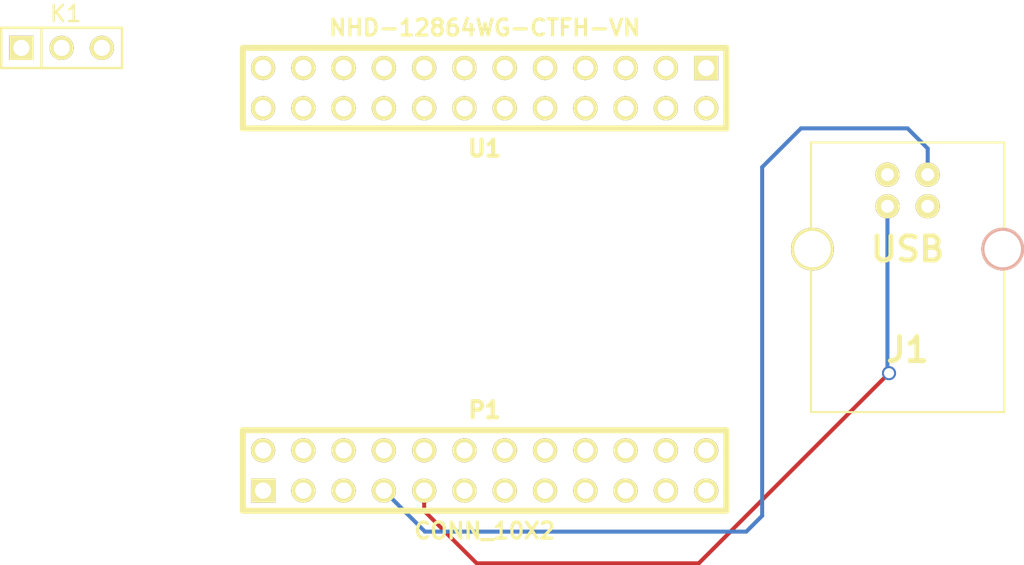
<source format=kicad_pcb>
(kicad_pcb (version 3) (host pcbnew "(2013-feb-21)-testing")

  (general
    (links 27)
    (no_connects 25)
    (area 152.775356 74.4728 224.77349 110.127001)
    (thickness 1.6)
    (drawings 0)
    (tracks 15)
    (zones 0)
    (modules 4)
    (nets 22)
  )

  (page A3)
  (layers
    (15 F.Cu signal)
    (0 B.Cu signal)
    (16 B.Adhes user)
    (17 F.Adhes user)
    (18 B.Paste user)
    (19 F.Paste user)
    (20 B.SilkS user)
    (21 F.SilkS user)
    (22 B.Mask user)
    (23 F.Mask user)
    (24 Dwgs.User user)
    (25 Cmts.User user)
    (26 Eco1.User user)
    (27 Eco2.User user)
    (28 Edge.Cuts user)
  )

  (setup
    (last_trace_width 0.254)
    (user_trace_width 0.508)
    (user_trace_width 0.762)
    (user_trace_width 1.27)
    (user_trace_width 2.032)
    (trace_clearance 0.254)
    (zone_clearance 0.508)
    (zone_45_only no)
    (trace_min 0.254)
    (segment_width 0.2)
    (edge_width 0.15)
    (via_size 0.889)
    (via_drill 0.635)
    (via_min_size 0.889)
    (via_min_drill 0.508)
    (uvia_size 0.508)
    (uvia_drill 0.127)
    (uvias_allowed no)
    (uvia_min_size 0.508)
    (uvia_min_drill 0.127)
    (pcb_text_width 0.3)
    (pcb_text_size 1 1)
    (mod_edge_width 0.15)
    (mod_text_size 1 1)
    (mod_text_width 0.15)
    (pad_size 1 1)
    (pad_drill 0)
    (pad_to_mask_clearance 0)
    (aux_axis_origin 0 0)
    (visible_elements FFFFFFBF)
    (pcbplotparams
      (layerselection 3178497)
      (usegerberextensions true)
      (excludeedgelayer true)
      (linewidth 152400)
      (plotframeref false)
      (viasonmask false)
      (mode 1)
      (useauxorigin false)
      (hpglpennumber 1)
      (hpglpenspeed 20)
      (hpglpendiameter 15)
      (hpglpenoverlay 2)
      (psnegative false)
      (psa4output false)
      (plotreference true)
      (plotvalue true)
      (plotothertext true)
      (plotinvisibletext false)
      (padsonsilk false)
      (subtractmaskfromsilk false)
      (outputformat 1)
      (mirror false)
      (drillshape 1)
      (scaleselection 1)
      (outputdirectory ""))
  )

  (net 0 "")
  (net 1 +5V)
  (net 2 /CS1)
  (net 3 /CS2)
  (net 4 /DB0)
  (net 5 /DB1)
  (net 6 /DB2)
  (net 7 /DB3)
  (net 8 /DB4)
  (net 9 /DB5)
  (net 10 /DB6)
  (net 11 /DB7)
  (net 12 /E)
  (net 13 /R/W)
  (net 14 /RS)
  (net 15 /USB+)
  (net 16 /USB-)
  (net 17 /USB_VCC)
  (net 18 /V0)
  (net 19 /VEE)
  (net 20 /~RST)
  (net 21 GND)

  (net_class Default "This is the default net class."
    (clearance 0.254)
    (trace_width 0.254)
    (via_dia 0.889)
    (via_drill 0.635)
    (uvia_dia 0.508)
    (uvia_drill 0.127)
    (add_net "")
    (add_net +5V)
    (add_net /CS1)
    (add_net /CS2)
    (add_net /DB0)
    (add_net /DB1)
    (add_net /DB2)
    (add_net /DB3)
    (add_net /DB4)
    (add_net /DB5)
    (add_net /DB6)
    (add_net /DB7)
    (add_net /E)
    (add_net /R/W)
    (add_net /RS)
    (add_net /USB+)
    (add_net /USB-)
    (add_net /USB_VCC)
    (add_net /V0)
    (add_net /VEE)
    (add_net /~RST)
    (add_net GND)
  )

  (module USB_B (layer F.Cu) (tedit 48A935FA) (tstamp 51328064)
    (at 217.17 90.17)
    (tags USB)
    (path /51278B20)
    (fp_text reference J1 (at 0 6.35) (layer F.SilkS)
      (effects (font (size 1.524 1.524) (thickness 0.3048)))
    )
    (fp_text value USB (at 0 0) (layer F.SilkS)
      (effects (font (size 1.524 1.524) (thickness 0.3048)))
    )
    (fp_line (start -6.096 10.287) (end 6.096 10.287) (layer F.SilkS) (width 0.127))
    (fp_line (start 6.096 10.287) (end 6.096 -6.731) (layer F.SilkS) (width 0.127))
    (fp_line (start 6.096 -6.731) (end -6.096 -6.731) (layer F.SilkS) (width 0.127))
    (fp_line (start -6.096 -6.731) (end -6.096 10.287) (layer F.SilkS) (width 0.127))
    (pad 1 thru_hole circle (at 1.27 -4.699) (size 1.524 1.524) (drill 0.8128)
      (layers *.Cu *.Mask F.SilkS)
      (net 17 /USB_VCC)
    )
    (pad 2 thru_hole circle (at -1.27 -4.699) (size 1.524 1.524) (drill 0.8128)
      (layers *.Cu *.Mask F.SilkS)
      (net 16 /USB-)
    )
    (pad 3 thru_hole circle (at -1.27 -2.70002) (size 1.524 1.524) (drill 0.8128)
      (layers *.Cu *.Mask F.SilkS)
      (net 15 /USB+)
    )
    (pad 4 thru_hole circle (at 1.27 -2.70002) (size 1.524 1.524) (drill 0.8128)
      (layers *.Cu *.Mask F.SilkS)
      (net 21 GND)
    )
    (pad 5 np_thru_hole circle (at 5.99948 0) (size 2.70002 2.70002) (drill 2.30124)
      (layers *.Cu *.SilkS *.Mask)
      (net 21 GND)
    )
    (pad 6 thru_hole circle (at -5.99948 0) (size 2.70002 2.70002) (drill 2.30124)
      (layers *.Cu *.Mask F.SilkS)
      (net 21 GND)
    )
    (model connectors/USB_type_B.wrl
      (at (xyz 0 0 0.001))
      (scale (xyz 0.3937 0.3937 0.3937))
      (rotate (xyz 0 0 0))
    )
  )

  (module PIN_ARRAY_3X1 (layer F.Cu) (tedit 4C1130E0) (tstamp 51328070)
    (at 163.83 77.47)
    (descr "Connecteur 3 pins")
    (tags "CONN DEV")
    (path /507814C4)
    (fp_text reference K1 (at 0.254 -2.159) (layer F.SilkS)
      (effects (font (size 1.016 1.016) (thickness 0.1524)))
    )
    (fp_text value ContrastControl_10k (at 0 -2.159) (layer F.SilkS) hide
      (effects (font (size 1.016 1.016) (thickness 0.1524)))
    )
    (fp_line (start -3.81 1.27) (end -3.81 -1.27) (layer F.SilkS) (width 0.1524))
    (fp_line (start -3.81 -1.27) (end 3.81 -1.27) (layer F.SilkS) (width 0.1524))
    (fp_line (start 3.81 -1.27) (end 3.81 1.27) (layer F.SilkS) (width 0.1524))
    (fp_line (start 3.81 1.27) (end -3.81 1.27) (layer F.SilkS) (width 0.1524))
    (fp_line (start -1.27 -1.27) (end -1.27 1.27) (layer F.SilkS) (width 0.1524))
    (pad 1 thru_hole rect (at -2.54 0) (size 1.524 1.524) (drill 1.016)
      (layers *.Cu *.Mask F.SilkS)
      (net 21 GND)
    )
    (pad 2 thru_hole circle (at 0 0) (size 1.524 1.524) (drill 1.016)
      (layers *.Cu *.Mask F.SilkS)
      (net 18 /V0)
    )
    (pad 3 thru_hole circle (at 2.54 0) (size 1.524 1.524) (drill 1.016)
      (layers *.Cu *.Mask F.SilkS)
      (net 19 /VEE)
    )
    (model pin_array/pins_array_3x1.wrl
      (at (xyz 0 0 0))
      (scale (xyz 1 1 1))
      (rotate (xyz 0 0 0))
    )
  )

  (module pin_array_12x2 (layer F.Cu) (tedit 5031D806) (tstamp 51328090)
    (at 190.5 80.01 180)
    (descr "Double rangee de contacts 2 x 12 pins")
    (tags CONN)
    (path /512AA6CB)
    (fp_text reference U1 (at 0 -3.81 180) (layer F.SilkS)
      (effects (font (size 1.016 1.016) (thickness 0.27432)))
    )
    (fp_text value NHD-12864WG-CTFH-VN (at 0 3.81 180) (layer F.SilkS)
      (effects (font (size 1.016 1.016) (thickness 0.2032)))
    )
    (fp_line (start -15.24 -2.54) (end -15.24 2.54) (layer F.SilkS) (width 0.381))
    (fp_line (start -15.24 2.54) (end 15.24 2.54) (layer F.SilkS) (width 0.381))
    (fp_line (start 15.24 2.54) (end 15.24 -2.54) (layer F.SilkS) (width 0.381))
    (fp_line (start 15.24 -2.54) (end -15.24 -2.54) (layer F.SilkS) (width 0.381))
    (pad 1 thru_hole rect (at -13.97 1.27 180) (size 1.524 1.524) (drill 1.016)
      (layers *.Cu *.Mask F.SilkS)
      (net 3 /CS2)
    )
    (pad 2 thru_hole circle (at -13.97 -1.27 180) (size 1.524 1.524) (drill 1.016)
      (layers *.Cu *.Mask F.SilkS)
      (net 2 /CS1)
    )
    (pad 3 thru_hole circle (at -11.43 1.27 180) (size 1.524 1.524) (drill 1.016)
      (layers *.Cu *.Mask F.SilkS)
      (net 21 GND)
    )
    (pad 4 thru_hole circle (at -11.43 -1.27 180) (size 1.524 1.524) (drill 1.016)
      (layers *.Cu *.Mask F.SilkS)
      (net 1 +5V)
    )
    (pad 5 thru_hole circle (at -8.89 1.27 180) (size 1.524 1.524) (drill 1.016)
      (layers *.Cu *.Mask F.SilkS)
      (net 18 /V0)
    )
    (pad 6 thru_hole circle (at -8.89 -1.27 180) (size 1.524 1.524) (drill 1.016)
      (layers *.Cu *.Mask F.SilkS)
      (net 14 /RS)
    )
    (pad 7 thru_hole circle (at -6.35 1.27 180) (size 1.524 1.524) (drill 1.016)
      (layers *.Cu *.Mask F.SilkS)
      (net 13 /R/W)
    )
    (pad 8 thru_hole circle (at -6.35 -1.27 180) (size 1.524 1.524) (drill 1.016)
      (layers *.Cu *.Mask F.SilkS)
      (net 12 /E)
    )
    (pad 9 thru_hole circle (at -3.81 1.27 180) (size 1.524 1.524) (drill 1.016)
      (layers *.Cu *.Mask F.SilkS)
      (net 4 /DB0)
    )
    (pad 10 thru_hole circle (at -3.81 -1.27 180) (size 1.524 1.524) (drill 1.016)
      (layers *.Cu *.Mask F.SilkS)
      (net 5 /DB1)
    )
    (pad 11 thru_hole circle (at -1.27 1.27 180) (size 1.524 1.524) (drill 1.016)
      (layers *.Cu *.Mask F.SilkS)
      (net 6 /DB2)
    )
    (pad 12 thru_hole circle (at -1.27 -1.27 180) (size 1.524 1.524) (drill 1.016)
      (layers *.Cu *.Mask F.SilkS)
      (net 7 /DB3)
    )
    (pad 13 thru_hole circle (at 1.27 1.27 180) (size 1.524 1.524) (drill 1.016)
      (layers *.Cu *.Mask F.SilkS)
      (net 8 /DB4)
    )
    (pad 14 thru_hole circle (at 1.27 -1.27 180) (size 1.524 1.524) (drill 1.016)
      (layers *.Cu *.Mask F.SilkS)
      (net 9 /DB5)
    )
    (pad 15 thru_hole circle (at 3.81 1.27 180) (size 1.524 1.524) (drill 1.016)
      (layers *.Cu *.Mask F.SilkS)
      (net 10 /DB6)
    )
    (pad 16 thru_hole circle (at 3.81 -1.27 180) (size 1.524 1.524) (drill 1.016)
      (layers *.Cu *.Mask F.SilkS)
      (net 11 /DB7)
    )
    (pad 17 thru_hole circle (at 6.35 1.27 180) (size 1.524 1.524) (drill 1.016)
      (layers *.Cu *.Mask F.SilkS)
      (net 20 /~RST)
    )
    (pad 18 thru_hole circle (at 6.35 -1.27 180) (size 1.524 1.524) (drill 1.016)
      (layers *.Cu *.Mask F.SilkS)
      (net 19 /VEE)
    )
    (pad 19 thru_hole circle (at 8.89 1.27 180) (size 1.524 1.524) (drill 1.016)
      (layers *.Cu *.Mask F.SilkS)
      (net 1 +5V)
    )
    (pad 20 thru_hole circle (at 8.89 -1.27 180) (size 1.524 1.524) (drill 1.016)
      (layers *.Cu *.Mask F.SilkS)
      (net 21 GND)
    )
    (pad 21 thru_hole circle (at 11.43 1.27 180) (size 1.524 1.524) (drill 1.016)
      (layers *.Cu *.Mask F.SilkS)
    )
    (pad 22 thru_hole circle (at 11.43 -1.27 180) (size 1.524 1.524) (drill 1.016)
      (layers *.Cu *.Mask F.SilkS)
    )
    (pad 23 thru_hole circle (at 13.97 1.27 180) (size 1.524 1.524) (drill 1.016)
      (layers *.Cu *.Mask F.SilkS)
    )
    (pad 24 thru_hole circle (at 13.97 -1.27 180) (size 1.524 1.524) (drill 1.016)
      (layers *.Cu *.Mask F.SilkS)
    )
    (model pin_array/pins_array_12x2.wrl
      (at (xyz 0 0 0))
      (scale (xyz 1 1 1))
      (rotate (xyz 0 0 0))
    )
  )

  (module pin_array_12x2 (layer F.Cu) (tedit 5031D806) (tstamp 513280B0)
    (at 190.5 104.14)
    (descr "Double rangee de contacts 2 x 12 pins")
    (tags CONN)
    (path /5132692E)
    (fp_text reference P1 (at 0 -3.81) (layer F.SilkS)
      (effects (font (size 1.016 1.016) (thickness 0.27432)))
    )
    (fp_text value CONN_10X2 (at 0 3.81) (layer F.SilkS)
      (effects (font (size 1.016 1.016) (thickness 0.2032)))
    )
    (fp_line (start -15.24 -2.54) (end -15.24 2.54) (layer F.SilkS) (width 0.381))
    (fp_line (start -15.24 2.54) (end 15.24 2.54) (layer F.SilkS) (width 0.381))
    (fp_line (start 15.24 2.54) (end 15.24 -2.54) (layer F.SilkS) (width 0.381))
    (fp_line (start 15.24 -2.54) (end -15.24 -2.54) (layer F.SilkS) (width 0.381))
    (pad 1 thru_hole rect (at -13.97 1.27) (size 1.524 1.524) (drill 1.016)
      (layers *.Cu *.Mask F.SilkS)
      (net 1 +5V)
    )
    (pad 2 thru_hole circle (at -13.97 -1.27) (size 1.524 1.524) (drill 1.016)
      (layers *.Cu *.Mask F.SilkS)
      (net 4 /DB0)
    )
    (pad 3 thru_hole circle (at -11.43 1.27) (size 1.524 1.524) (drill 1.016)
      (layers *.Cu *.Mask F.SilkS)
      (net 21 GND)
    )
    (pad 4 thru_hole circle (at -11.43 -1.27) (size 1.524 1.524) (drill 1.016)
      (layers *.Cu *.Mask F.SilkS)
      (net 5 /DB1)
    )
    (pad 5 thru_hole circle (at -8.89 1.27) (size 1.524 1.524) (drill 1.016)
      (layers *.Cu *.Mask F.SilkS)
    )
    (pad 6 thru_hole circle (at -8.89 -1.27) (size 1.524 1.524) (drill 1.016)
      (layers *.Cu *.Mask F.SilkS)
      (net 6 /DB2)
    )
    (pad 7 thru_hole circle (at -6.35 1.27) (size 1.524 1.524) (drill 1.016)
      (layers *.Cu *.Mask F.SilkS)
      (net 17 /USB_VCC)
    )
    (pad 8 thru_hole circle (at -6.35 -1.27) (size 1.524 1.524) (drill 1.016)
      (layers *.Cu *.Mask F.SilkS)
      (net 7 /DB3)
    )
    (pad 9 thru_hole circle (at -3.81 1.27) (size 1.524 1.524) (drill 1.016)
      (layers *.Cu *.Mask F.SilkS)
      (net 15 /USB+)
    )
    (pad 10 thru_hole circle (at -3.81 -1.27) (size 1.524 1.524) (drill 1.016)
      (layers *.Cu *.Mask F.SilkS)
      (net 11 /DB7)
    )
    (pad 11 thru_hole circle (at -1.27 1.27) (size 1.524 1.524) (drill 1.016)
      (layers *.Cu *.Mask F.SilkS)
      (net 16 /USB-)
    )
    (pad 12 thru_hole circle (at -1.27 -1.27) (size 1.524 1.524) (drill 1.016)
      (layers *.Cu *.Mask F.SilkS)
      (net 10 /DB6)
    )
    (pad 13 thru_hole circle (at 1.27 1.27) (size 1.524 1.524) (drill 1.016)
      (layers *.Cu *.Mask F.SilkS)
      (net 20 /~RST)
    )
    (pad 14 thru_hole circle (at 1.27 -1.27) (size 1.524 1.524) (drill 1.016)
      (layers *.Cu *.Mask F.SilkS)
      (net 9 /DB5)
    )
    (pad 15 thru_hole circle (at 3.81 1.27) (size 1.524 1.524) (drill 1.016)
      (layers *.Cu *.Mask F.SilkS)
      (net 12 /E)
    )
    (pad 16 thru_hole circle (at 3.81 -1.27) (size 1.524 1.524) (drill 1.016)
      (layers *.Cu *.Mask F.SilkS)
      (net 8 /DB4)
    )
    (pad 17 thru_hole circle (at 6.35 1.27) (size 1.524 1.524) (drill 1.016)
      (layers *.Cu *.Mask F.SilkS)
      (net 13 /R/W)
    )
    (pad 18 thru_hole circle (at 6.35 -1.27) (size 1.524 1.524) (drill 1.016)
      (layers *.Cu *.Mask F.SilkS)
      (net 2 /CS1)
    )
    (pad 19 thru_hole circle (at 8.89 1.27) (size 1.524 1.524) (drill 1.016)
      (layers *.Cu *.Mask F.SilkS)
      (net 14 /RS)
    )
    (pad 20 thru_hole circle (at 8.89 -1.27) (size 1.524 1.524) (drill 1.016)
      (layers *.Cu *.Mask F.SilkS)
      (net 3 /CS2)
    )
    (pad 21 thru_hole circle (at 11.43 1.27) (size 1.524 1.524) (drill 1.016)
      (layers *.Cu *.Mask F.SilkS)
    )
    (pad 22 thru_hole circle (at 11.43 -1.27) (size 1.524 1.524) (drill 1.016)
      (layers *.Cu *.Mask F.SilkS)
    )
    (pad 23 thru_hole circle (at 13.97 1.27) (size 1.524 1.524) (drill 1.016)
      (layers *.Cu *.Mask F.SilkS)
    )
    (pad 24 thru_hole circle (at 13.97 -1.27) (size 1.524 1.524) (drill 1.016)
      (layers *.Cu *.Mask F.SilkS)
    )
    (model pin_array/pins_array_12x2.wrl
      (at (xyz 0 0 0))
      (scale (xyz 1 1 1))
      (rotate (xyz 0 0 0))
    )
  )

  (segment (start 215.9 87.46998) (end 215.9 97.9) (width 0.254) (layer B.Cu) (net 15) (status 400000))
  (segment (start 186.69 106.69) (end 186.69 105.41) (width 0.254) (layer F.Cu) (net 15) (tstamp 513281AE) (status 800000))
  (segment (start 190 110) (end 186.69 106.69) (width 0.254) (layer F.Cu) (net 15) (tstamp 513281AC))
  (segment (start 204 110) (end 190 110) (width 0.254) (layer F.Cu) (net 15) (tstamp 513281AA))
  (segment (start 216 98) (end 204 110) (width 0.254) (layer F.Cu) (net 15) (tstamp 513281A9))
  (via (at 216 98) (size 0.889) (layers F.Cu B.Cu) (net 15))
  (segment (start 215.9 97.9) (end 216 98) (width 0.254) (layer B.Cu) (net 15) (tstamp 513281A6))
  (segment (start 218.44 85.471) (end 218.44 83.82) (width 0.254) (layer B.Cu) (net 17) (status 400000))
  (segment (start 186.74 108) (end 184.15 105.41) (width 0.254) (layer B.Cu) (net 17) (tstamp 513281A2) (status 800000))
  (segment (start 207 108) (end 186.74 108) (width 0.254) (layer B.Cu) (net 17) (tstamp 513281A1))
  (segment (start 208 107) (end 207 108) (width 0.254) (layer B.Cu) (net 17) (tstamp 5132819F))
  (segment (start 208 85) (end 208 107) (width 0.254) (layer B.Cu) (net 17) (tstamp 5132819D))
  (segment (start 210.45 82.55) (end 208 85) (width 0.254) (layer B.Cu) (net 17) (tstamp 5132819B))
  (segment (start 217.17 82.55) (end 210.45 82.55) (width 0.254) (layer B.Cu) (net 17) (tstamp 51328199))
  (segment (start 218.44 83.82) (end 217.17 82.55) (width 0.254) (layer B.Cu) (net 17) (tstamp 51328197))

)

</source>
